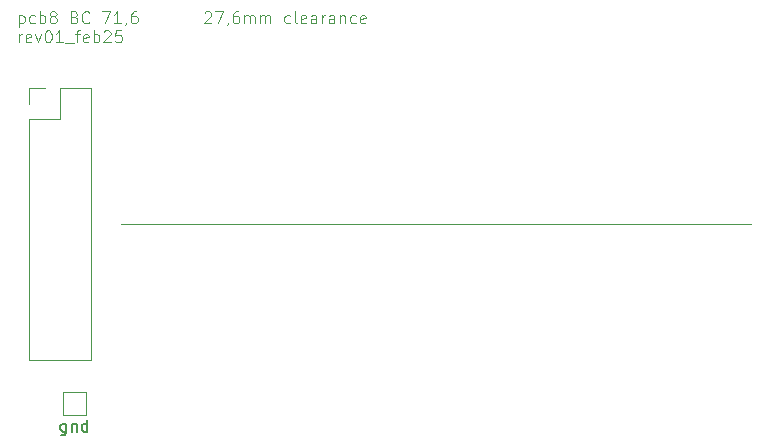
<source format=gto>
G04 #@! TF.GenerationSoftware,KiCad,Pcbnew,8.0.8*
G04 #@! TF.CreationDate,2025-02-19T13:58:02-05:00*
G04 #@! TF.ProjectId,plot_gerbers,706c6f74-5f67-4657-9262-6572732e6b69,rev?*
G04 #@! TF.SameCoordinates,Original*
G04 #@! TF.FileFunction,Legend,Top*
G04 #@! TF.FilePolarity,Positive*
%FSLAX46Y46*%
G04 Gerber Fmt 4.6, Leading zero omitted, Abs format (unit mm)*
G04 Created by KiCad (PCBNEW 8.0.8) date 2025-02-19 13:58:02*
%MOMM*%
%LPD*%
G01*
G04 APERTURE LIST*
%ADD10C,0.100000*%
%ADD11C,0.150000*%
%ADD12C,0.120000*%
%ADD13C,1.700000*%
%ADD14O,1.700000X1.700000*%
%ADD15R,1.700000X1.700000*%
%ADD16R,1.500000X1.500000*%
G04 APERTURE END LIST*
D10*
X118043884Y-80655808D02*
X118043884Y-81655808D01*
X118043884Y-80703427D02*
X118139122Y-80655808D01*
X118139122Y-80655808D02*
X118329598Y-80655808D01*
X118329598Y-80655808D02*
X118424836Y-80703427D01*
X118424836Y-80703427D02*
X118472455Y-80751046D01*
X118472455Y-80751046D02*
X118520074Y-80846284D01*
X118520074Y-80846284D02*
X118520074Y-81131998D01*
X118520074Y-81131998D02*
X118472455Y-81227236D01*
X118472455Y-81227236D02*
X118424836Y-81274856D01*
X118424836Y-81274856D02*
X118329598Y-81322475D01*
X118329598Y-81322475D02*
X118139122Y-81322475D01*
X118139122Y-81322475D02*
X118043884Y-81274856D01*
X119377217Y-81274856D02*
X119281979Y-81322475D01*
X119281979Y-81322475D02*
X119091503Y-81322475D01*
X119091503Y-81322475D02*
X118996265Y-81274856D01*
X118996265Y-81274856D02*
X118948646Y-81227236D01*
X118948646Y-81227236D02*
X118901027Y-81131998D01*
X118901027Y-81131998D02*
X118901027Y-80846284D01*
X118901027Y-80846284D02*
X118948646Y-80751046D01*
X118948646Y-80751046D02*
X118996265Y-80703427D01*
X118996265Y-80703427D02*
X119091503Y-80655808D01*
X119091503Y-80655808D02*
X119281979Y-80655808D01*
X119281979Y-80655808D02*
X119377217Y-80703427D01*
X119805789Y-81322475D02*
X119805789Y-80322475D01*
X119805789Y-80703427D02*
X119901027Y-80655808D01*
X119901027Y-80655808D02*
X120091503Y-80655808D01*
X120091503Y-80655808D02*
X120186741Y-80703427D01*
X120186741Y-80703427D02*
X120234360Y-80751046D01*
X120234360Y-80751046D02*
X120281979Y-80846284D01*
X120281979Y-80846284D02*
X120281979Y-81131998D01*
X120281979Y-81131998D02*
X120234360Y-81227236D01*
X120234360Y-81227236D02*
X120186741Y-81274856D01*
X120186741Y-81274856D02*
X120091503Y-81322475D01*
X120091503Y-81322475D02*
X119901027Y-81322475D01*
X119901027Y-81322475D02*
X119805789Y-81274856D01*
X120853408Y-80751046D02*
X120758170Y-80703427D01*
X120758170Y-80703427D02*
X120710551Y-80655808D01*
X120710551Y-80655808D02*
X120662932Y-80560570D01*
X120662932Y-80560570D02*
X120662932Y-80512951D01*
X120662932Y-80512951D02*
X120710551Y-80417713D01*
X120710551Y-80417713D02*
X120758170Y-80370094D01*
X120758170Y-80370094D02*
X120853408Y-80322475D01*
X120853408Y-80322475D02*
X121043884Y-80322475D01*
X121043884Y-80322475D02*
X121139122Y-80370094D01*
X121139122Y-80370094D02*
X121186741Y-80417713D01*
X121186741Y-80417713D02*
X121234360Y-80512951D01*
X121234360Y-80512951D02*
X121234360Y-80560570D01*
X121234360Y-80560570D02*
X121186741Y-80655808D01*
X121186741Y-80655808D02*
X121139122Y-80703427D01*
X121139122Y-80703427D02*
X121043884Y-80751046D01*
X121043884Y-80751046D02*
X120853408Y-80751046D01*
X120853408Y-80751046D02*
X120758170Y-80798665D01*
X120758170Y-80798665D02*
X120710551Y-80846284D01*
X120710551Y-80846284D02*
X120662932Y-80941522D01*
X120662932Y-80941522D02*
X120662932Y-81131998D01*
X120662932Y-81131998D02*
X120710551Y-81227236D01*
X120710551Y-81227236D02*
X120758170Y-81274856D01*
X120758170Y-81274856D02*
X120853408Y-81322475D01*
X120853408Y-81322475D02*
X121043884Y-81322475D01*
X121043884Y-81322475D02*
X121139122Y-81274856D01*
X121139122Y-81274856D02*
X121186741Y-81227236D01*
X121186741Y-81227236D02*
X121234360Y-81131998D01*
X121234360Y-81131998D02*
X121234360Y-80941522D01*
X121234360Y-80941522D02*
X121186741Y-80846284D01*
X121186741Y-80846284D02*
X121139122Y-80798665D01*
X121139122Y-80798665D02*
X121043884Y-80751046D01*
X122758170Y-80798665D02*
X122901027Y-80846284D01*
X122901027Y-80846284D02*
X122948646Y-80893903D01*
X122948646Y-80893903D02*
X122996265Y-80989141D01*
X122996265Y-80989141D02*
X122996265Y-81131998D01*
X122996265Y-81131998D02*
X122948646Y-81227236D01*
X122948646Y-81227236D02*
X122901027Y-81274856D01*
X122901027Y-81274856D02*
X122805789Y-81322475D01*
X122805789Y-81322475D02*
X122424837Y-81322475D01*
X122424837Y-81322475D02*
X122424837Y-80322475D01*
X122424837Y-80322475D02*
X122758170Y-80322475D01*
X122758170Y-80322475D02*
X122853408Y-80370094D01*
X122853408Y-80370094D02*
X122901027Y-80417713D01*
X122901027Y-80417713D02*
X122948646Y-80512951D01*
X122948646Y-80512951D02*
X122948646Y-80608189D01*
X122948646Y-80608189D02*
X122901027Y-80703427D01*
X122901027Y-80703427D02*
X122853408Y-80751046D01*
X122853408Y-80751046D02*
X122758170Y-80798665D01*
X122758170Y-80798665D02*
X122424837Y-80798665D01*
X123996265Y-81227236D02*
X123948646Y-81274856D01*
X123948646Y-81274856D02*
X123805789Y-81322475D01*
X123805789Y-81322475D02*
X123710551Y-81322475D01*
X123710551Y-81322475D02*
X123567694Y-81274856D01*
X123567694Y-81274856D02*
X123472456Y-81179617D01*
X123472456Y-81179617D02*
X123424837Y-81084379D01*
X123424837Y-81084379D02*
X123377218Y-80893903D01*
X123377218Y-80893903D02*
X123377218Y-80751046D01*
X123377218Y-80751046D02*
X123424837Y-80560570D01*
X123424837Y-80560570D02*
X123472456Y-80465332D01*
X123472456Y-80465332D02*
X123567694Y-80370094D01*
X123567694Y-80370094D02*
X123710551Y-80322475D01*
X123710551Y-80322475D02*
X123805789Y-80322475D01*
X123805789Y-80322475D02*
X123948646Y-80370094D01*
X123948646Y-80370094D02*
X123996265Y-80417713D01*
X125091504Y-80322475D02*
X125758170Y-80322475D01*
X125758170Y-80322475D02*
X125329599Y-81322475D01*
X126662932Y-81322475D02*
X126091504Y-81322475D01*
X126377218Y-81322475D02*
X126377218Y-80322475D01*
X126377218Y-80322475D02*
X126281980Y-80465332D01*
X126281980Y-80465332D02*
X126186742Y-80560570D01*
X126186742Y-80560570D02*
X126091504Y-80608189D01*
X127139123Y-81274856D02*
X127139123Y-81322475D01*
X127139123Y-81322475D02*
X127091504Y-81417713D01*
X127091504Y-81417713D02*
X127043885Y-81465332D01*
X127996265Y-80322475D02*
X127805789Y-80322475D01*
X127805789Y-80322475D02*
X127710551Y-80370094D01*
X127710551Y-80370094D02*
X127662932Y-80417713D01*
X127662932Y-80417713D02*
X127567694Y-80560570D01*
X127567694Y-80560570D02*
X127520075Y-80751046D01*
X127520075Y-80751046D02*
X127520075Y-81131998D01*
X127520075Y-81131998D02*
X127567694Y-81227236D01*
X127567694Y-81227236D02*
X127615313Y-81274856D01*
X127615313Y-81274856D02*
X127710551Y-81322475D01*
X127710551Y-81322475D02*
X127901027Y-81322475D01*
X127901027Y-81322475D02*
X127996265Y-81274856D01*
X127996265Y-81274856D02*
X128043884Y-81227236D01*
X128043884Y-81227236D02*
X128091503Y-81131998D01*
X128091503Y-81131998D02*
X128091503Y-80893903D01*
X128091503Y-80893903D02*
X128043884Y-80798665D01*
X128043884Y-80798665D02*
X127996265Y-80751046D01*
X127996265Y-80751046D02*
X127901027Y-80703427D01*
X127901027Y-80703427D02*
X127710551Y-80703427D01*
X127710551Y-80703427D02*
X127615313Y-80751046D01*
X127615313Y-80751046D02*
X127567694Y-80798665D01*
X127567694Y-80798665D02*
X127520075Y-80893903D01*
X133758169Y-80417713D02*
X133805788Y-80370094D01*
X133805788Y-80370094D02*
X133901026Y-80322475D01*
X133901026Y-80322475D02*
X134139121Y-80322475D01*
X134139121Y-80322475D02*
X134234359Y-80370094D01*
X134234359Y-80370094D02*
X134281978Y-80417713D01*
X134281978Y-80417713D02*
X134329597Y-80512951D01*
X134329597Y-80512951D02*
X134329597Y-80608189D01*
X134329597Y-80608189D02*
X134281978Y-80751046D01*
X134281978Y-80751046D02*
X133710550Y-81322475D01*
X133710550Y-81322475D02*
X134329597Y-81322475D01*
X134662931Y-80322475D02*
X135329597Y-80322475D01*
X135329597Y-80322475D02*
X134901026Y-81322475D01*
X135758169Y-81274856D02*
X135758169Y-81322475D01*
X135758169Y-81322475D02*
X135710550Y-81417713D01*
X135710550Y-81417713D02*
X135662931Y-81465332D01*
X136615311Y-80322475D02*
X136424835Y-80322475D01*
X136424835Y-80322475D02*
X136329597Y-80370094D01*
X136329597Y-80370094D02*
X136281978Y-80417713D01*
X136281978Y-80417713D02*
X136186740Y-80560570D01*
X136186740Y-80560570D02*
X136139121Y-80751046D01*
X136139121Y-80751046D02*
X136139121Y-81131998D01*
X136139121Y-81131998D02*
X136186740Y-81227236D01*
X136186740Y-81227236D02*
X136234359Y-81274856D01*
X136234359Y-81274856D02*
X136329597Y-81322475D01*
X136329597Y-81322475D02*
X136520073Y-81322475D01*
X136520073Y-81322475D02*
X136615311Y-81274856D01*
X136615311Y-81274856D02*
X136662930Y-81227236D01*
X136662930Y-81227236D02*
X136710549Y-81131998D01*
X136710549Y-81131998D02*
X136710549Y-80893903D01*
X136710549Y-80893903D02*
X136662930Y-80798665D01*
X136662930Y-80798665D02*
X136615311Y-80751046D01*
X136615311Y-80751046D02*
X136520073Y-80703427D01*
X136520073Y-80703427D02*
X136329597Y-80703427D01*
X136329597Y-80703427D02*
X136234359Y-80751046D01*
X136234359Y-80751046D02*
X136186740Y-80798665D01*
X136186740Y-80798665D02*
X136139121Y-80893903D01*
X137139121Y-81322475D02*
X137139121Y-80655808D01*
X137139121Y-80751046D02*
X137186740Y-80703427D01*
X137186740Y-80703427D02*
X137281978Y-80655808D01*
X137281978Y-80655808D02*
X137424835Y-80655808D01*
X137424835Y-80655808D02*
X137520073Y-80703427D01*
X137520073Y-80703427D02*
X137567692Y-80798665D01*
X137567692Y-80798665D02*
X137567692Y-81322475D01*
X137567692Y-80798665D02*
X137615311Y-80703427D01*
X137615311Y-80703427D02*
X137710549Y-80655808D01*
X137710549Y-80655808D02*
X137853406Y-80655808D01*
X137853406Y-80655808D02*
X137948645Y-80703427D01*
X137948645Y-80703427D02*
X137996264Y-80798665D01*
X137996264Y-80798665D02*
X137996264Y-81322475D01*
X138472454Y-81322475D02*
X138472454Y-80655808D01*
X138472454Y-80751046D02*
X138520073Y-80703427D01*
X138520073Y-80703427D02*
X138615311Y-80655808D01*
X138615311Y-80655808D02*
X138758168Y-80655808D01*
X138758168Y-80655808D02*
X138853406Y-80703427D01*
X138853406Y-80703427D02*
X138901025Y-80798665D01*
X138901025Y-80798665D02*
X138901025Y-81322475D01*
X138901025Y-80798665D02*
X138948644Y-80703427D01*
X138948644Y-80703427D02*
X139043882Y-80655808D01*
X139043882Y-80655808D02*
X139186739Y-80655808D01*
X139186739Y-80655808D02*
X139281978Y-80703427D01*
X139281978Y-80703427D02*
X139329597Y-80798665D01*
X139329597Y-80798665D02*
X139329597Y-81322475D01*
X140996263Y-81274856D02*
X140901025Y-81322475D01*
X140901025Y-81322475D02*
X140710549Y-81322475D01*
X140710549Y-81322475D02*
X140615311Y-81274856D01*
X140615311Y-81274856D02*
X140567692Y-81227236D01*
X140567692Y-81227236D02*
X140520073Y-81131998D01*
X140520073Y-81131998D02*
X140520073Y-80846284D01*
X140520073Y-80846284D02*
X140567692Y-80751046D01*
X140567692Y-80751046D02*
X140615311Y-80703427D01*
X140615311Y-80703427D02*
X140710549Y-80655808D01*
X140710549Y-80655808D02*
X140901025Y-80655808D01*
X140901025Y-80655808D02*
X140996263Y-80703427D01*
X141567692Y-81322475D02*
X141472454Y-81274856D01*
X141472454Y-81274856D02*
X141424835Y-81179617D01*
X141424835Y-81179617D02*
X141424835Y-80322475D01*
X142329597Y-81274856D02*
X142234359Y-81322475D01*
X142234359Y-81322475D02*
X142043883Y-81322475D01*
X142043883Y-81322475D02*
X141948645Y-81274856D01*
X141948645Y-81274856D02*
X141901026Y-81179617D01*
X141901026Y-81179617D02*
X141901026Y-80798665D01*
X141901026Y-80798665D02*
X141948645Y-80703427D01*
X141948645Y-80703427D02*
X142043883Y-80655808D01*
X142043883Y-80655808D02*
X142234359Y-80655808D01*
X142234359Y-80655808D02*
X142329597Y-80703427D01*
X142329597Y-80703427D02*
X142377216Y-80798665D01*
X142377216Y-80798665D02*
X142377216Y-80893903D01*
X142377216Y-80893903D02*
X141901026Y-80989141D01*
X143234359Y-81322475D02*
X143234359Y-80798665D01*
X143234359Y-80798665D02*
X143186740Y-80703427D01*
X143186740Y-80703427D02*
X143091502Y-80655808D01*
X143091502Y-80655808D02*
X142901026Y-80655808D01*
X142901026Y-80655808D02*
X142805788Y-80703427D01*
X143234359Y-81274856D02*
X143139121Y-81322475D01*
X143139121Y-81322475D02*
X142901026Y-81322475D01*
X142901026Y-81322475D02*
X142805788Y-81274856D01*
X142805788Y-81274856D02*
X142758169Y-81179617D01*
X142758169Y-81179617D02*
X142758169Y-81084379D01*
X142758169Y-81084379D02*
X142805788Y-80989141D01*
X142805788Y-80989141D02*
X142901026Y-80941522D01*
X142901026Y-80941522D02*
X143139121Y-80941522D01*
X143139121Y-80941522D02*
X143234359Y-80893903D01*
X143710550Y-81322475D02*
X143710550Y-80655808D01*
X143710550Y-80846284D02*
X143758169Y-80751046D01*
X143758169Y-80751046D02*
X143805788Y-80703427D01*
X143805788Y-80703427D02*
X143901026Y-80655808D01*
X143901026Y-80655808D02*
X143996264Y-80655808D01*
X144758169Y-81322475D02*
X144758169Y-80798665D01*
X144758169Y-80798665D02*
X144710550Y-80703427D01*
X144710550Y-80703427D02*
X144615312Y-80655808D01*
X144615312Y-80655808D02*
X144424836Y-80655808D01*
X144424836Y-80655808D02*
X144329598Y-80703427D01*
X144758169Y-81274856D02*
X144662931Y-81322475D01*
X144662931Y-81322475D02*
X144424836Y-81322475D01*
X144424836Y-81322475D02*
X144329598Y-81274856D01*
X144329598Y-81274856D02*
X144281979Y-81179617D01*
X144281979Y-81179617D02*
X144281979Y-81084379D01*
X144281979Y-81084379D02*
X144329598Y-80989141D01*
X144329598Y-80989141D02*
X144424836Y-80941522D01*
X144424836Y-80941522D02*
X144662931Y-80941522D01*
X144662931Y-80941522D02*
X144758169Y-80893903D01*
X145234360Y-80655808D02*
X145234360Y-81322475D01*
X145234360Y-80751046D02*
X145281979Y-80703427D01*
X145281979Y-80703427D02*
X145377217Y-80655808D01*
X145377217Y-80655808D02*
X145520074Y-80655808D01*
X145520074Y-80655808D02*
X145615312Y-80703427D01*
X145615312Y-80703427D02*
X145662931Y-80798665D01*
X145662931Y-80798665D02*
X145662931Y-81322475D01*
X146567693Y-81274856D02*
X146472455Y-81322475D01*
X146472455Y-81322475D02*
X146281979Y-81322475D01*
X146281979Y-81322475D02*
X146186741Y-81274856D01*
X146186741Y-81274856D02*
X146139122Y-81227236D01*
X146139122Y-81227236D02*
X146091503Y-81131998D01*
X146091503Y-81131998D02*
X146091503Y-80846284D01*
X146091503Y-80846284D02*
X146139122Y-80751046D01*
X146139122Y-80751046D02*
X146186741Y-80703427D01*
X146186741Y-80703427D02*
X146281979Y-80655808D01*
X146281979Y-80655808D02*
X146472455Y-80655808D01*
X146472455Y-80655808D02*
X146567693Y-80703427D01*
X147377217Y-81274856D02*
X147281979Y-81322475D01*
X147281979Y-81322475D02*
X147091503Y-81322475D01*
X147091503Y-81322475D02*
X146996265Y-81274856D01*
X146996265Y-81274856D02*
X146948646Y-81179617D01*
X146948646Y-81179617D02*
X146948646Y-80798665D01*
X146948646Y-80798665D02*
X146996265Y-80703427D01*
X146996265Y-80703427D02*
X147091503Y-80655808D01*
X147091503Y-80655808D02*
X147281979Y-80655808D01*
X147281979Y-80655808D02*
X147377217Y-80703427D01*
X147377217Y-80703427D02*
X147424836Y-80798665D01*
X147424836Y-80798665D02*
X147424836Y-80893903D01*
X147424836Y-80893903D02*
X146948646Y-80989141D01*
X118043884Y-82932419D02*
X118043884Y-82265752D01*
X118043884Y-82456228D02*
X118091503Y-82360990D01*
X118091503Y-82360990D02*
X118139122Y-82313371D01*
X118139122Y-82313371D02*
X118234360Y-82265752D01*
X118234360Y-82265752D02*
X118329598Y-82265752D01*
X119043884Y-82884800D02*
X118948646Y-82932419D01*
X118948646Y-82932419D02*
X118758170Y-82932419D01*
X118758170Y-82932419D02*
X118662932Y-82884800D01*
X118662932Y-82884800D02*
X118615313Y-82789561D01*
X118615313Y-82789561D02*
X118615313Y-82408609D01*
X118615313Y-82408609D02*
X118662932Y-82313371D01*
X118662932Y-82313371D02*
X118758170Y-82265752D01*
X118758170Y-82265752D02*
X118948646Y-82265752D01*
X118948646Y-82265752D02*
X119043884Y-82313371D01*
X119043884Y-82313371D02*
X119091503Y-82408609D01*
X119091503Y-82408609D02*
X119091503Y-82503847D01*
X119091503Y-82503847D02*
X118615313Y-82599085D01*
X119424837Y-82265752D02*
X119662932Y-82932419D01*
X119662932Y-82932419D02*
X119901027Y-82265752D01*
X120472456Y-81932419D02*
X120567694Y-81932419D01*
X120567694Y-81932419D02*
X120662932Y-81980038D01*
X120662932Y-81980038D02*
X120710551Y-82027657D01*
X120710551Y-82027657D02*
X120758170Y-82122895D01*
X120758170Y-82122895D02*
X120805789Y-82313371D01*
X120805789Y-82313371D02*
X120805789Y-82551466D01*
X120805789Y-82551466D02*
X120758170Y-82741942D01*
X120758170Y-82741942D02*
X120710551Y-82837180D01*
X120710551Y-82837180D02*
X120662932Y-82884800D01*
X120662932Y-82884800D02*
X120567694Y-82932419D01*
X120567694Y-82932419D02*
X120472456Y-82932419D01*
X120472456Y-82932419D02*
X120377218Y-82884800D01*
X120377218Y-82884800D02*
X120329599Y-82837180D01*
X120329599Y-82837180D02*
X120281980Y-82741942D01*
X120281980Y-82741942D02*
X120234361Y-82551466D01*
X120234361Y-82551466D02*
X120234361Y-82313371D01*
X120234361Y-82313371D02*
X120281980Y-82122895D01*
X120281980Y-82122895D02*
X120329599Y-82027657D01*
X120329599Y-82027657D02*
X120377218Y-81980038D01*
X120377218Y-81980038D02*
X120472456Y-81932419D01*
X121758170Y-82932419D02*
X121186742Y-82932419D01*
X121472456Y-82932419D02*
X121472456Y-81932419D01*
X121472456Y-81932419D02*
X121377218Y-82075276D01*
X121377218Y-82075276D02*
X121281980Y-82170514D01*
X121281980Y-82170514D02*
X121186742Y-82218133D01*
X121948647Y-83027657D02*
X122710551Y-83027657D01*
X122805790Y-82265752D02*
X123186742Y-82265752D01*
X122948647Y-82932419D02*
X122948647Y-82075276D01*
X122948647Y-82075276D02*
X122996266Y-81980038D01*
X122996266Y-81980038D02*
X123091504Y-81932419D01*
X123091504Y-81932419D02*
X123186742Y-81932419D01*
X123901028Y-82884800D02*
X123805790Y-82932419D01*
X123805790Y-82932419D02*
X123615314Y-82932419D01*
X123615314Y-82932419D02*
X123520076Y-82884800D01*
X123520076Y-82884800D02*
X123472457Y-82789561D01*
X123472457Y-82789561D02*
X123472457Y-82408609D01*
X123472457Y-82408609D02*
X123520076Y-82313371D01*
X123520076Y-82313371D02*
X123615314Y-82265752D01*
X123615314Y-82265752D02*
X123805790Y-82265752D01*
X123805790Y-82265752D02*
X123901028Y-82313371D01*
X123901028Y-82313371D02*
X123948647Y-82408609D01*
X123948647Y-82408609D02*
X123948647Y-82503847D01*
X123948647Y-82503847D02*
X123472457Y-82599085D01*
X124377219Y-82932419D02*
X124377219Y-81932419D01*
X124377219Y-82313371D02*
X124472457Y-82265752D01*
X124472457Y-82265752D02*
X124662933Y-82265752D01*
X124662933Y-82265752D02*
X124758171Y-82313371D01*
X124758171Y-82313371D02*
X124805790Y-82360990D01*
X124805790Y-82360990D02*
X124853409Y-82456228D01*
X124853409Y-82456228D02*
X124853409Y-82741942D01*
X124853409Y-82741942D02*
X124805790Y-82837180D01*
X124805790Y-82837180D02*
X124758171Y-82884800D01*
X124758171Y-82884800D02*
X124662933Y-82932419D01*
X124662933Y-82932419D02*
X124472457Y-82932419D01*
X124472457Y-82932419D02*
X124377219Y-82884800D01*
X125234362Y-82027657D02*
X125281981Y-81980038D01*
X125281981Y-81980038D02*
X125377219Y-81932419D01*
X125377219Y-81932419D02*
X125615314Y-81932419D01*
X125615314Y-81932419D02*
X125710552Y-81980038D01*
X125710552Y-81980038D02*
X125758171Y-82027657D01*
X125758171Y-82027657D02*
X125805790Y-82122895D01*
X125805790Y-82122895D02*
X125805790Y-82218133D01*
X125805790Y-82218133D02*
X125758171Y-82360990D01*
X125758171Y-82360990D02*
X125186743Y-82932419D01*
X125186743Y-82932419D02*
X125805790Y-82932419D01*
X126710552Y-81932419D02*
X126234362Y-81932419D01*
X126234362Y-81932419D02*
X126186743Y-82408609D01*
X126186743Y-82408609D02*
X126234362Y-82360990D01*
X126234362Y-82360990D02*
X126329600Y-82313371D01*
X126329600Y-82313371D02*
X126567695Y-82313371D01*
X126567695Y-82313371D02*
X126662933Y-82360990D01*
X126662933Y-82360990D02*
X126710552Y-82408609D01*
X126710552Y-82408609D02*
X126758171Y-82503847D01*
X126758171Y-82503847D02*
X126758171Y-82741942D01*
X126758171Y-82741942D02*
X126710552Y-82837180D01*
X126710552Y-82837180D02*
X126662933Y-82884800D01*
X126662933Y-82884800D02*
X126567695Y-82932419D01*
X126567695Y-82932419D02*
X126329600Y-82932419D01*
X126329600Y-82932419D02*
X126234362Y-82884800D01*
X126234362Y-82884800D02*
X126186743Y-82837180D01*
D11*
X122029523Y-115228152D02*
X122029523Y-116037676D01*
X122029523Y-116037676D02*
X121981904Y-116132914D01*
X121981904Y-116132914D02*
X121934285Y-116180533D01*
X121934285Y-116180533D02*
X121839047Y-116228152D01*
X121839047Y-116228152D02*
X121696190Y-116228152D01*
X121696190Y-116228152D02*
X121600952Y-116180533D01*
X122029523Y-115847200D02*
X121934285Y-115894819D01*
X121934285Y-115894819D02*
X121743809Y-115894819D01*
X121743809Y-115894819D02*
X121648571Y-115847200D01*
X121648571Y-115847200D02*
X121600952Y-115799580D01*
X121600952Y-115799580D02*
X121553333Y-115704342D01*
X121553333Y-115704342D02*
X121553333Y-115418628D01*
X121553333Y-115418628D02*
X121600952Y-115323390D01*
X121600952Y-115323390D02*
X121648571Y-115275771D01*
X121648571Y-115275771D02*
X121743809Y-115228152D01*
X121743809Y-115228152D02*
X121934285Y-115228152D01*
X121934285Y-115228152D02*
X122029523Y-115275771D01*
X122505714Y-115228152D02*
X122505714Y-115894819D01*
X122505714Y-115323390D02*
X122553333Y-115275771D01*
X122553333Y-115275771D02*
X122648571Y-115228152D01*
X122648571Y-115228152D02*
X122791428Y-115228152D01*
X122791428Y-115228152D02*
X122886666Y-115275771D01*
X122886666Y-115275771D02*
X122934285Y-115371009D01*
X122934285Y-115371009D02*
X122934285Y-115894819D01*
X123839047Y-115894819D02*
X123839047Y-114894819D01*
X123839047Y-115847200D02*
X123743809Y-115894819D01*
X123743809Y-115894819D02*
X123553333Y-115894819D01*
X123553333Y-115894819D02*
X123458095Y-115847200D01*
X123458095Y-115847200D02*
X123410476Y-115799580D01*
X123410476Y-115799580D02*
X123362857Y-115704342D01*
X123362857Y-115704342D02*
X123362857Y-115418628D01*
X123362857Y-115418628D02*
X123410476Y-115323390D01*
X123410476Y-115323390D02*
X123458095Y-115275771D01*
X123458095Y-115275771D02*
X123553333Y-115228152D01*
X123553333Y-115228152D02*
X123743809Y-115228152D01*
X123743809Y-115228152D02*
X123839047Y-115275771D01*
D12*
X180040000Y-98330000D02*
X126700000Y-98330000D01*
X118920000Y-86850000D02*
X120250000Y-86850000D01*
X118920000Y-88180000D02*
X118920000Y-86850000D01*
X118920000Y-89450000D02*
X118920000Y-109830000D01*
X118920000Y-89450000D02*
X121520000Y-89450000D01*
X118920000Y-109830000D02*
X124120000Y-109830000D01*
X121520000Y-86850000D02*
X124120000Y-86850000D01*
X121520000Y-89450000D02*
X121520000Y-86850000D01*
X124120000Y-86850000D02*
X124120000Y-109830000D01*
X121800000Y-112560000D02*
X123700000Y-112560000D01*
X121800000Y-114460000D02*
X121800000Y-112560000D01*
X123700000Y-112560000D02*
X123700000Y-114460000D01*
X123700000Y-114460000D02*
X121800000Y-114460000D01*
%LPC*%
D13*
X177500000Y-83090000D03*
X177500000Y-85630000D03*
X177500000Y-88170000D03*
X177500000Y-90710000D03*
X177500000Y-93250000D03*
X177500000Y-95790000D03*
D14*
X174960000Y-83090000D03*
X174960000Y-85630000D03*
X174960000Y-88170000D03*
X174960000Y-90710000D03*
X174960000Y-93250000D03*
X174960000Y-95790000D03*
X172420000Y-83090000D03*
X172420000Y-85630000D03*
X172420000Y-88170000D03*
X172420000Y-90710000D03*
X172420000Y-93250000D03*
X172420000Y-95790000D03*
X169880000Y-83090000D03*
X169880000Y-85630000D03*
X169880000Y-88170000D03*
X169880000Y-90710000D03*
X169880000Y-93250000D03*
X169880000Y-95790000D03*
X167340000Y-83090000D03*
X167340000Y-85630000D03*
X167340000Y-88170000D03*
X167340000Y-90710000D03*
X167340000Y-93250000D03*
X167340000Y-95790000D03*
X164800000Y-83090000D03*
X164800000Y-85630000D03*
X164800000Y-88170000D03*
X164800000Y-90710000D03*
X164800000Y-93250000D03*
X164800000Y-95790000D03*
X162260000Y-83090000D03*
X162260000Y-85630000D03*
X162260000Y-88170000D03*
X162260000Y-90710000D03*
X162260000Y-93250000D03*
X162260000Y-95790000D03*
X159720000Y-83090000D03*
X159720000Y-85630000D03*
X159720000Y-88170000D03*
X159720000Y-90710000D03*
X159720000Y-93250000D03*
X159720000Y-95790000D03*
X157180000Y-83090000D03*
X157180000Y-85630000D03*
X157180000Y-88170000D03*
X157180000Y-90710000D03*
X157180000Y-93250000D03*
X157180000Y-95790000D03*
X154640000Y-83090000D03*
X154640000Y-85630000D03*
X154640000Y-88170000D03*
X154640000Y-90710000D03*
X154640000Y-93250000D03*
X154640000Y-95790000D03*
X152100000Y-83090000D03*
X152100000Y-85630000D03*
X152100000Y-88170000D03*
X152100000Y-90710000D03*
X152100000Y-93250000D03*
X152100000Y-95790000D03*
X149560000Y-83090000D03*
X149560000Y-85630000D03*
X149560000Y-88170000D03*
X149560000Y-90710000D03*
X149560000Y-93250000D03*
X149560000Y-95790000D03*
X147020000Y-83090000D03*
X147020000Y-85630000D03*
X147020000Y-88170000D03*
X147020000Y-90710000D03*
X147020000Y-93250000D03*
X147020000Y-95790000D03*
X144480000Y-83090000D03*
X144480000Y-85630000D03*
X144480000Y-88170000D03*
X144480000Y-90710000D03*
X144480000Y-93250000D03*
X144480000Y-95790000D03*
X141940000Y-83090000D03*
X141940000Y-85630000D03*
X141940000Y-88170000D03*
X141940000Y-90710000D03*
X141940000Y-93250000D03*
X141940000Y-95790000D03*
X139400000Y-83090000D03*
X139400000Y-85630000D03*
X139400000Y-88170000D03*
X139400000Y-90710000D03*
X139400000Y-93250000D03*
X139400000Y-95790000D03*
X136860000Y-83090000D03*
X136860000Y-85630000D03*
X136860000Y-88170000D03*
X136860000Y-90710000D03*
X136860000Y-93250000D03*
X136860000Y-95790000D03*
X134320000Y-83090000D03*
X134320000Y-85630000D03*
X134320000Y-88170000D03*
X134320000Y-90710000D03*
X134320000Y-93250000D03*
X134320000Y-95790000D03*
X131780000Y-83090000D03*
X131780000Y-85630000D03*
X131780000Y-88170000D03*
X131780000Y-90710000D03*
X131780000Y-93250000D03*
X131780000Y-95790000D03*
X129240000Y-83090000D03*
X129240000Y-85630000D03*
X129240000Y-88170000D03*
X129240000Y-90710000D03*
X129240000Y-93250000D03*
X129240000Y-95790000D03*
D13*
X177500000Y-100870000D03*
X177500000Y-103410000D03*
X177500000Y-105950000D03*
X177500000Y-108490000D03*
X177500000Y-111030000D03*
X177500000Y-113570000D03*
D14*
X174960000Y-100870000D03*
X174960000Y-103410000D03*
X174960000Y-105950000D03*
X174960000Y-108490000D03*
X174960000Y-111030000D03*
X174960000Y-113570000D03*
X172420000Y-100870000D03*
X172420000Y-103410000D03*
X172420000Y-105950000D03*
X172420000Y-108490000D03*
X172420000Y-111030000D03*
X172420000Y-113570000D03*
X169880000Y-100870000D03*
X169880000Y-103410000D03*
X169880000Y-105950000D03*
X169880000Y-108490000D03*
X169880000Y-111030000D03*
X169880000Y-113570000D03*
X167340000Y-100870000D03*
X167340000Y-103410000D03*
X167340000Y-105950000D03*
X167340000Y-108490000D03*
X167340000Y-111030000D03*
X167340000Y-113570000D03*
X164800000Y-100870000D03*
X164800000Y-103410000D03*
X164800000Y-105950000D03*
X164800000Y-108490000D03*
X164800000Y-111030000D03*
X164800000Y-113570000D03*
X162260000Y-100870000D03*
X162260000Y-103410000D03*
X162260000Y-105950000D03*
X162260000Y-108490000D03*
X162260000Y-111030000D03*
X162260000Y-113570000D03*
X159720000Y-100870000D03*
X159720000Y-103410000D03*
X159720000Y-105950000D03*
X159720000Y-108490000D03*
X159720000Y-111030000D03*
X159720000Y-113570000D03*
X157180000Y-100870000D03*
X157180000Y-103410000D03*
X157180000Y-105950000D03*
X157180000Y-108490000D03*
X157180000Y-111030000D03*
X157180000Y-113570000D03*
X154640000Y-100870000D03*
X154640000Y-103410000D03*
X154640000Y-105950000D03*
X154640000Y-108490000D03*
X154640000Y-111030000D03*
X154640000Y-113570000D03*
X152100000Y-100870000D03*
X152100000Y-103410000D03*
X152100000Y-105950000D03*
X152100000Y-108490000D03*
X152100000Y-111030000D03*
X152100000Y-113570000D03*
X149560000Y-100870000D03*
X149560000Y-103410000D03*
X149560000Y-105950000D03*
X149560000Y-108490000D03*
X149560000Y-111030000D03*
X149560000Y-113570000D03*
X147020000Y-100870000D03*
X147020000Y-103410000D03*
X147020000Y-105950000D03*
X147020000Y-108490000D03*
X147020000Y-111030000D03*
X147020000Y-113570000D03*
X144480000Y-100870000D03*
X144480000Y-103410000D03*
X144480000Y-105950000D03*
X144480000Y-108490000D03*
X144480000Y-111030000D03*
X144480000Y-113570000D03*
X141940000Y-100870000D03*
X141940000Y-103410000D03*
X141940000Y-105950000D03*
X141940000Y-108490000D03*
X141940000Y-111030000D03*
X141940000Y-113570000D03*
X139400000Y-100870000D03*
X139400000Y-103410000D03*
X139400000Y-105950000D03*
X139400000Y-108490000D03*
X139400000Y-111030000D03*
X139400000Y-113570000D03*
X136860000Y-100870000D03*
X136860000Y-103410000D03*
X136860000Y-105950000D03*
X136860000Y-108490000D03*
X136860000Y-111030000D03*
X136860000Y-113570000D03*
X134320000Y-100870000D03*
X134320000Y-103410000D03*
X134320000Y-105950000D03*
X134320000Y-108490000D03*
X134320000Y-111030000D03*
X134320000Y-113570000D03*
X131780000Y-100870000D03*
X131780000Y-103410000D03*
X131780000Y-105950000D03*
X131780000Y-108490000D03*
X131780000Y-111030000D03*
X131780000Y-113570000D03*
X129240000Y-100870000D03*
X129240000Y-103410000D03*
X129240000Y-105950000D03*
X129240000Y-108490000D03*
X129240000Y-111030000D03*
X129240000Y-113570000D03*
D15*
X120250000Y-88180000D03*
D14*
X122790000Y-88180000D03*
X120250000Y-90720000D03*
X122790000Y-90720000D03*
X120250000Y-93260000D03*
X122790000Y-93260000D03*
X120250000Y-95800000D03*
X122790000Y-95800000D03*
X120250000Y-98340000D03*
X122790000Y-98340000D03*
X120250000Y-100880000D03*
X122790000Y-100880000D03*
X120250000Y-103420000D03*
X122790000Y-103420000D03*
X120250000Y-105960000D03*
X122790000Y-105960000D03*
X120250000Y-108500000D03*
X122790000Y-108500000D03*
D16*
X122750000Y-113510000D03*
%LPD*%
M02*

</source>
